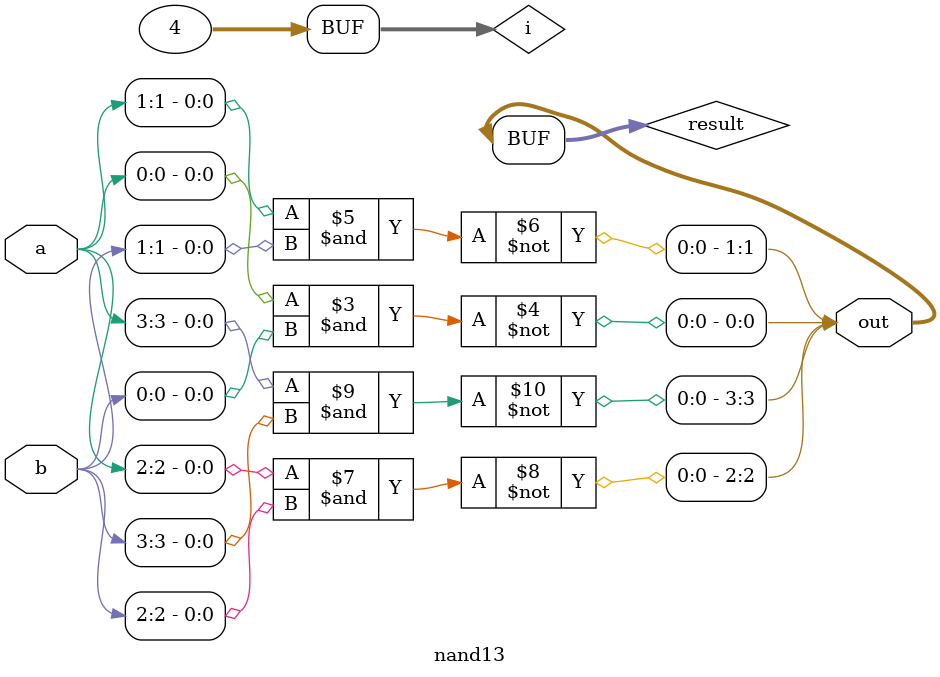
<source format=v>
module nand13 (
    input wire [3:0] a,
    input wire [3:0] b,
    output wire [3:0] out
);

reg [3:0] result;
integer i;
always @(*) begin
    for (i = 0; i < 4; i = i + 1) begin
        result[i] = ~(a[i] & b[i]);
    end
end

assign out = result;

endmodule
</source>
